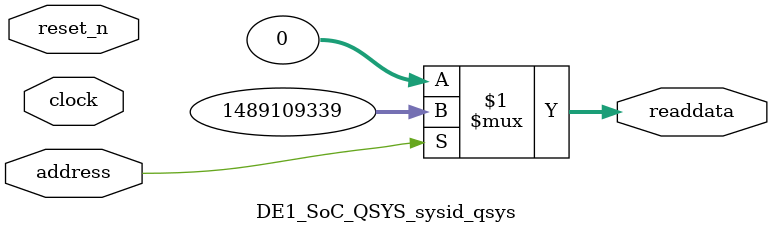
<source format=v>

`timescale 1ns / 1ps
// synthesis translate_on

// turn off superfluous verilog processor warnings 
// altera message_level Level1 
// altera message_off 10034 10035 10036 10037 10230 10240 10030 

module DE1_SoC_QSYS_sysid_qsys (
               // inputs:
                address,
                clock,
                reset_n,

               // outputs:
                readdata
             )
;

  output  [ 31: 0] readdata;
  input            address;
  input            clock;
  input            reset_n;

  wire    [ 31: 0] readdata;
  //control_slave, which is an e_avalon_slave
  assign readdata = address ? 1489109339 : 0;

endmodule




</source>
